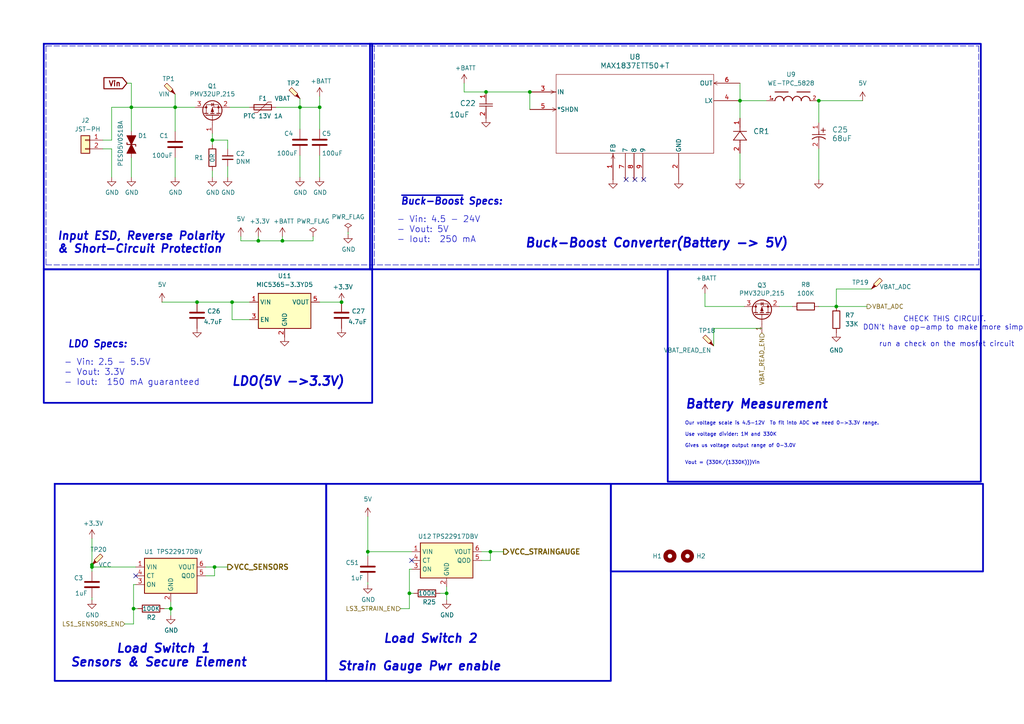
<source format=kicad_sch>
(kicad_sch (version 20231120) (generator "eeschema") (generator_version "8.0")
  (paper "A4")
  (title_block (date "2025-03-11") (rev "1") (company "BAJA") (comment 1 "ParryZhuo"))
  (lib_symbols
    (symbol "18123D106KAT2A-10uF-BC:18123D106KAT2A" (pin_names (offset 0.254))
      (property "Reference" "C" (at 3.81 3.81 0))
      (property "Value" "18123D106KAT2A" (at 3.81 -3.81 0))
      (symbol "18123D106KAT2A_1_1"
        (pin unspecified line (at 0 0 0) (length 2.54) (name "") (number "1"))
        (pin unspecified line (at 7.62 0 180) (length 2.54) (name "") (number "2"))
      )
      (symbol "18123D106KAT2A_1_2"
        (pin unspecified line (at 0 0 270) (length 2.54) (name "") (number "1"))
        (pin unspecified line (at 0 -7.62 90) (length 2.54) (name "") (number "2"))
      )
    )
    (symbol "744053470-47uF-BC:WE-TPC_5828" (pin_names (offset 1.016))
      (property "Reference" "U" (at 0 3.81 0))
      (property "Value" "WE-TPC_5828" (at 0 -2.54 0))
      (symbol "WE-TPC_5828_0_0"
        (pin passive line (at -7.62 0 0) (length 2.54) (name "~") (number "1"))
        (pin passive line (at 7.62 0 180) (length 2.54) (name "~") (number "2"))
      )
    )
    (symbol "B0530W-7-F-BC-DIODE:B0530W-7-F" (pin_names (offset 0.254))
      (property "Reference" "CR" (at 5.08 4.445 0))
      (property "Value" "B0530W-7-F" (at 5.08 -3.81 0))
      (symbol "B0530W-7-F_1_1"
        (pin unspecified line (at 10.16 0 180) (length 2.54) (name "") (number "1"))
        (pin unspecified line (at 0 0 0) (length 2.54) (name "") (number "2"))
      )
      (symbol "B0530W-7-F_1_2"
        (pin unspecified line (at 0 10.16 270) (length 2.54) (name "") (number "1"))
        (pin unspecified line (at 0 0 90) (length 2.54) (name "") (number "2"))
      )
    )
    (symbol "Connector:TestPoint_Probe" (pin_numbers hide) (pin_names (offset 0.762) hide)
      (property "Reference" "TP" (at 1.651 5.842 0))
      (property "Value" "TestPoint_Probe" (at 1.651 4.064 0))
      (symbol "TestPoint_Probe_1_1"
        (pin passive line (at 0 0 90) (length 0) (name "1") (number "1"))
      )
    )
    (symbol "Connector_Generic:Conn_01x02" (pin_names (offset 1.016) hide)
      (property "Reference" "J" (at 0 2.54 0))
      (property "Value" "Conn_01x02" (at 0 -5.08 0))
      (symbol "Conn_01x02_1_1"
        (pin passive line (at -5.08 0 0) (length 3.81) (name "Pin_1") (number "1"))
        (pin passive line (at -5.08 -2.54 0) (length 3.81) (name "Pin_2") (number "2"))
      )
    )
    (symbol "Device:C" (pin_numbers hide) (pin_names (offset 0.254))
      (property "Reference" "C" (at 0.635 2.54 0))
      (property "Value" "C" (at 0.635 -2.54 0))
      (symbol "C_1_1"
        (pin passive line (at 0 3.81 270) (length 2.794) (name "~") (number "1"))
        (pin passive line (at 0 -3.81 90) (length 2.794) (name "~") (number "2"))
      )
    )
    (symbol "Device:C_Small" (pin_numbers hide) (pin_names (offset 0.254) hide)
      (property "Reference" "C" (at 0.254 1.778 0))
      (property "Value" "C_Small" (at 0.254 -2.032 0))
      (symbol "C_Small_1_1"
        (pin passive line (at 0 2.54 270) (length 2.032) (name "~") (number "1"))
        (pin passive line (at 0 -2.54 90) (length 2.032) (name "~") (number "2"))
      )
    )
    (symbol "Device:D_TVS_ALT" (pin_numbers hide) (pin_names (offset 1.016) hide)
      (property "Reference" "D" (at 0 2.54 0))
      (property "Value" "Device_D_TVS_ALT" (at 0 -2.54 0))
      (symbol "D_TVS_ALT_1_1"
        (pin passive line (at -3.81 0 0) (length 2.54) (name "A1") (number "1"))
        (pin passive line (at 3.81 0 180) (length 2.54) (name "A2") (number "2"))
      )
    )
    (symbol "Device:L_Core_Ferrite" (pin_numbers hide) (pin_names (offset 1.016) hide)
      (property "Reference" "L" (at -1.27 0 90))
      (property "Value" "Device_L_Core_Ferrite" (at 2.794 0 90))
      (symbol "L_Core_Ferrite_1_1"
        (pin passive line (at 0 3.81 270) (length 1.27) (name "1") (number "1"))
        (pin passive line (at 0 -3.81 90) (length 1.27) (name "2") (number "2"))
      )
    )
    (symbol "Device:Polyfuse" (pin_numbers hide) (pin_names (offset 0))
      (property "Reference" "F" (at -2.54 0 90))
      (property "Value" "Polyfuse" (at 2.54 0 90))
      (symbol "Polyfuse_1_1"
        (pin passive line (at 0 3.81 270) (length 1.27) (name "~") (number "1"))
        (pin passive line (at 0 -3.81 90) (length 1.27) (name "~") (number "2"))
      )
    )
    (symbol "Device:Q_PMOS_GSD" (pin_names (offset 0) hide)
      (property "Reference" "Q" (at 5.08 1.27 0))
      (property "Value" "Q_PMOS_GSD" (at 5.08 -1.27 0))
      (symbol "Q_PMOS_GSD_1_1"
        (pin input line (at -5.08 0 0) (length 2.54) (name "G") (number "1"))
        (pin passive line (at 2.54 -5.08 90) (length 2.54) (name "S") (number "2"))
        (pin passive line (at 2.54 5.08 270) (length 2.54) (name "D") (number "3"))
      )
    )
    (symbol "Device:R" (pin_numbers hide) (pin_names (offset 0))
      (property "Reference" "R" (at 2.032 0 90))
      (property "Value" "R" (at 0 0 90))
      (symbol "R_1_1"
        (pin passive line (at 0 3.81 270) (length 1.27) (name "~") (number "1"))
        (pin passive line (at 0 -3.81 90) (length 1.27) (name "~") (number "2"))
      )
    )
    (symbol "GND_1" (power) (pin_numbers hide) (pin_names (offset 0) hide)
      (property "Value" "GND" (at 0 -3.81 0))
      (symbol "GND_1_1_1"
        (pin power_in line (at 0 0 270) (length 0) (name "~") (number "1"))
      )
    )
    (symbol "GND_2" (power) (pin_numbers hide) (pin_names (offset 0) hide)
      (property "Value" "GND" (at 0 -3.81 0))
      (symbol "GND_2_1_1"
        (pin power_in line (at 0 0 270) (length 0) (name "~") (number "1"))
      )
    )
    (symbol "MAX1837ETT50_T-bc-5V:MAX1837ETT50+T" (pin_names (offset 0.254))
      (property "Reference" "U8" (at 30.48 10.16 0))
      (property "Value" "MAX1837ETT50+T" (at 30.48 7.62 0))
      (symbol "MAX1837ETT50+T_0_1"
        (pin input line (at 24.13 -25.4 90) (length 7.62) (name "FB") (number "1"))
        (pin power_in line (at 43.18 -25.4 90) (length 7.62) (name "GND") (number "2"))
        (pin input line (at 0 0 0) (length 7.62) (name "IN") (number "3"))
        (pin unspecified line (at 60.96 -2.54 180) (length 7.62) (name "LX") (number "4"))
        (pin input line (at 0 -5.08 0) (length 7.62) (name "*SHDN") (number "5"))
        (pin input line (at 60.96 2.54 180) (length 7.62) (name "OUT") (number "6"))
        (pin unspecified line (at 27.6902 -25.4688 90) (length 7.62) (name "7") (number "7"))
        (pin unspecified line (at 30.2302 -25.4688 90) (length 7.62) (name "8") (number "8"))
        (pin unspecified line (at 32.7702 -25.4688 90) (length 7.62) (name "9") (number "9"))
      )
    )
    (symbol "Mechanical:MountingHole" (pin_names (offset 1.016))
      (property "Reference" "H" (at 0 5.08 0))
      (property "Value" "MountingHole" (at 0 3.175 0))
    )
    (symbol "Power_Management:TPS22917DBV"
      (property "Reference" "U" (at -6.35 6.35 0))
      (property "Value" "TPS22917DBV" (at 2.54 6.35 0))
      (symbol "TPS22917DBV_1_1"
        (pin power_in line (at -10.16 2.54 0) (length 2.54) (name "VIN") (number "1"))
        (pin power_in line (at 0 -7.62 90) (length 2.54) (name "GND") (number "2"))
        (pin input line (at -10.16 -2.54 0) (length 2.54) (name "ON") (number "3"))
        (pin output line (at -10.16 0 0) (length 2.54) (name "CT") (number "4"))
        (pin open_collector line (at 10.16 0 180) (length 2.54) (name "QOD") (number "5"))
        (pin power_out line (at 10.16 2.54 180) (length 2.54) (name "VOUT") (number "6"))
      )
    )
    (symbol "Power_Supervisor:TPS3839DBZ" (pin_names (offset 0.254))
      (property "Reference" "U" (at 2.54 8.89 0))
      (property "Value" "TPS3839DBZ" (at 2.54 6.35 0))
      (symbol "TPS3839DBZ_1_1"
        (pin power_in line (at 0 -7.62 90) (length 2.54) (name "GND") (number "1"))
        (pin output line (at 10.16 0 180) (length 2.54) (name "~{RESET}") (number "2"))
        (pin power_in line (at 0 7.62 270) (length 2.54) (name "VDD") (number "3"))
      )
    )
    (symbol "Regulator_Linear:MIC5365-3.3YD5"
      (property "Reference" "U" (at -7.62 6.35 0))
      (property "Value" "MIC5365-3.3YD5" (at 0 6.35 0))
      (symbol "MIC5365-3.3YD5_1_1"
        (pin power_in line (at -10.16 2.54 0) (length 2.54) (name "VIN") (number "1"))
        (pin power_in line (at 0 -7.62 90) (length 2.54) (name "GND") (number "2"))
        (pin input line (at -10.16 -2.54 0) (length 2.54) (name "EN") (number "3"))
        (pin no_connect line (at 7.62 -2.54 180) (length 2.54) hide (name "NC") (number "4"))
        (pin power_out line (at 10.16 2.54 180) (length 2.54) (name "VOUT") (number "5"))
      )
    )
    (symbol "T520V686M010ATE045-68uF-BC:T520V686M010ATE045" (pin_names (offset 0.254))
      (property "Reference" "C" (at 3.81 3.81 0))
      (property "Value" "T520V686M010ATE045" (at 3.81 -3.81 0))
      (symbol "T520V686M010ATE045_1_1"
        (pin unspecified line (at 0 0 0) (length 2.54) (name "") (number "1"))
        (pin unspecified line (at 7.62 0 180) (length 2.54) (name "") (number "2"))
      )
      (symbol "T520V686M010ATE045_1_2"
        (pin unspecified line (at 0 0 270) (length 2.54) (name "") (number "1"))
        (pin unspecified line (at 0 -7.62 90) (length 2.54) (name "") (number "2"))
      )
    )
    (symbol "node-lib-v1:RP605Zx" (pin_names (offset 1.016))
      (property "Reference" "U" (at 0 3.81 0))
      (property "Value" "RP605Zx" (at 10.16 3.81 0))
      (symbol "RP605Zx_0_0"
        (text "Battery Monitor" (at 13.97 -28.575 0) (effects (font (size 1.2954 1.2954) (italic yes))))
        (text "Buck-Boost" (at 13.97 -9.525 0) (effects (font (size 1.2954 1.2954) (italic yes))))
        (text "DC/DC Converter" (at 13.97 -12.065 0) (effects (font (size 1.1938 1.1938) (italic yes))))
        (pin power_in line (at -5.08 0 0) (length 5.08) (name "PVIN") (number "A1"))
        (pin bidirectional line (at 33.02 -7.62 180) (length 5.08) (name "BULX") (number "A2"))
        (pin passive line (at -5.08 -15.24 0) (length 5.08) (name "PGND") (number "A3"))
        (pin bidirectional line (at 33.02 0 180) (length 5.08) (name "BOLX") (number "A4"))
        (pin power_out line (at 33.02 -16.51 180) (length 5.08) (name "VOUT") (number "A5"))
        (pin power_in line (at -5.08 -2.54 0) (length 5.08) (name "PVIN") (number "B1"))
        (pin bidirectional line (at 33.02 -10.16 180) (length 5.08) (name "BULX") (number "B2"))
        (pin passive line (at -5.08 -17.78 0) (length 5.08) (name "PGND") (number "B3"))
        (pin bidirectional line (at 33.02 -2.54 180) (length 5.08) (name "BOLX") (number "B4"))
        (pin passive line (at 33.02 -19.05 180) (length 5.08) (name "VOUT") (number "B5"))
        (pin power_in line (at -5.08 -5.08 0) (length 5.08) (name "PVIN") (number "C1"))
        (pin bidirectional line (at 33.02 -12.7 180) (length 5.08) (name "BULX") (number "C2"))
        (pin passive line (at -5.08 -20.32 0) (length 5.08) (name "PGND") (number "C3"))
        (pin bidirectional line (at 33.02 -5.08 180) (length 5.08) (name "BOLX") (number "C4"))
        (pin input line (at 33.02 -22.86 180) (length 5.08) (name "VFB") (number "C5"))
        (pin power_in line (at -5.08 -7.62 0) (length 5.08) (name "AVIN") (number "D1"))
        (pin input line (at -5.08 -11.43 0) (length 5.08) (name "CE1") (number "D2"))
        (pin passive line (at -5.08 -22.86 0) (length 5.08) (name "AGND") (number "D3"))
        (pin input line (at -5.08 -29.21 0) (length 5.08) (name "CE2") (number "D4"))
        (pin output line (at 33.02 -29.21 180) (length 5.08) (name "BM") (number "D5"))
      )
    )
    (symbol "power:+2V8" (power) (pin_names (offset 0))
      (property "Value" "+2V8" (at 0 3.556 0))
      (symbol "+2V8_1_1"
        (pin power_in line (at 0 0 90) (length 0) hide (name "+2V8") (number "1"))
      )
    )
    (symbol "power:+BATT" (power) (pin_names (offset 0))
      (property "Value" "+BATT" (at 0 3.556 0))
      (symbol "+BATT_1_1"
        (pin power_in line (at 0 0 90) (length 0) hide (name "+BATT") (number "1"))
      )
    )
    (symbol "power:GND" (power) (pin_names (offset 0))
      (property "Value" "GND" (at 0 -3.81 0))
      (symbol "GND_1_1"
        (pin power_in line (at 0 0 270) (length 0) hide (name "GND") (number "1"))
      )
    )
    (symbol "power:PWR_FLAG" (power) (pin_numbers hide) (pin_names (offset 0) hide)
      (property "Value" "PWR_FLAG" (at 0 3.81 0))
      (symbol "PWR_FLAG_0_0"
        (pin power_out line (at 0 0 90) (length 0) (name "pwr") (number "1"))
      )
    )
    (symbol "power:VCC" (power) (pin_numbers hide) (pin_names (offset 0) hide)
      (property "Value" "VCC" (at 0 3.556 0))
      (symbol "VCC_1_1"
        (pin power_in line (at 0 0 90) (length 0) (name "~") (number "1"))
      )
    )
  )
  (junction (at 74.93 69.85))
  (junction (at 413.385 81.28))
  (junction (at 57.15 87.63))
  (junction (at 92.71 31.115))
  (junction (at 316.23 81.28))
  (junction (at 140.97 26.67))
  (junction (at 327.025 81.28))
  (junction (at 106.68 160.02))
  (junction (at 357.505 110.49))
  (junction (at 367.665 101.6))
  (junction (at 50.8 31.115))
  (junction (at 237.49 29.21))
  (junction (at 413.385 100.33))
  (junction (at 81.915 69.85))
  (junction (at 67.31 87.63))
  (junction (at 142.24 160.02))
  (junction (at 129.54 172.085))
  (junction (at 367.665 81.28))
  (junction (at 214.63 29.21))
  (junction (at 413.385 93.98))
  (junction (at 118.745 172.085))
  (junction (at 367.665 86.36))
  (junction (at 86.995 31.115))
  (junction (at 242.57 88.9))
  (junction (at 452.755 97.79))
  (junction (at 61.595 40.64))
  (junction (at 26.67 164.465))
  (junction (at 463.55 97.79))
  (junction (at 413.385 83.82))
  (junction (at 367.665 104.14))
  (junction (at 99.06 87.63))
  (junction (at 153.67 26.67))
  (junction (at 422.91 110.49))
  (junction (at 367.665 99.06))
  (junction (at 440.69 97.79))
  (junction (at 452.755 108.585))
  (junction (at 413.385 91.44))
  (junction (at 38.1 31.115))
  (junction (at 346.075 81.28))
  (junction (at 62.23 164.465))
  (junction (at 49.53 176.53))
  (junction (at 367.665 83.82))
  (junction (at 38.735 176.53))
  (junction (at 413.385 97.79))
  (junction (at 26.67 163.83))
  (no_connect (at 39.37 167.005))
  (no_connect (at 119.38 162.56))
  (no_connect (at 186.69 52.07))
  (no_connect (at 181.61 52.07))
  (no_connect (at 184.15 52.07))
  (wire (pts (xy 408.94 86.36) (xy 413.385 86.36)))
  (wire (pts (xy 463.55 93.345) (xy 463.55 97.79)))
  (wire (pts (xy 204.47 85.09) (xy 204.47 88.9)))
  (wire (pts (xy 408.94 104.14) (xy 413.385 104.14)))
  (wire (pts (xy 49.53 176.53) (xy 49.53 178.435)))
  (wire (pts (xy 370.84 86.36) (xy 367.665 86.36)))
  (wire (pts (xy 32.385 31.115) (xy 38.1 31.115)))
  (wire (pts (xy 327.025 82.55) (xy 327.025 81.28)))
  (wire (pts (xy 452.755 106.68) (xy 452.755 108.585)))
  (wire (pts (xy 118.745 165.1) (xy 118.745 172.085)))
  (wire (pts (xy 62.23 167.005) (xy 62.23 164.465)))
  (wire (pts (xy 214.63 34.29) (xy 214.63 29.21)))
  (wire (pts (xy 86.995 28.575) (xy 86.995 31.115)))
  (wire (pts (xy 26.67 156.21) (xy 26.67 163.83)))
  (wire (pts (xy 106.68 160.02) (xy 119.38 160.02)))
  (wire (pts (xy 357.505 110.49) (xy 370.84 110.49)))
  (wire (pts (xy 242.57 88.9) (xy 251.46 88.9)))
  (wire (pts (xy 61.595 40.64) (xy 61.595 38.735)))
  (wire (pts (xy 413.385 93.98) (xy 423.545 93.98)))
  (wire (pts (xy 38.1 31.115) (xy 50.8 31.115)))
  (wire (pts (xy 36.83 24.13) (xy 38.1 24.13)))
  (wire (pts (xy 327.025 90.17) (xy 327.025 92.71)))
  (wire (pts (xy 354.33 110.49) (xy 357.505 110.49)))
  (wire (pts (xy 86.995 37.465) (xy 86.995 31.115)))
  (polyline (pts (xy 108.585 13.335) (xy 108.585 76.835)) (stroke (width 0) (type dash)))
  (wire (pts (xy 129.54 170.18) (xy 129.54 172.085)))
  (wire (pts (xy 66.04 48.26) (xy 66.04 51.435)))
  (wire (pts (xy 357.505 111.76) (xy 357.505 110.49)))
  (wire (pts (xy 214.63 24.13) (xy 214.63 29.21)))
  (wire (pts (xy 367.665 99.06) (xy 367.665 101.6)))
  (wire (pts (xy 142.24 162.56) (xy 139.7 162.56)))
  (wire (pts (xy 69.85 68.58) (xy 69.85 69.85)))
  (wire (pts (xy 119.38 165.1) (xy 118.745 165.1)))
  (wire (pts (xy 463.55 106.68) (xy 463.55 108.585)))
  (wire (pts (xy 204.47 88.9) (xy 215.9 88.9)))
  (wire (pts (xy 440.69 108.585) (xy 452.755 108.585)))
  (wire (pts (xy 440.69 95.885) (xy 440.69 97.79)))
  (wire (pts (xy 66.04 40.64) (xy 61.595 40.64)))
  (wire (pts (xy 62.23 164.465) (xy 66.04 164.465)))
  (wire (pts (xy 38.735 176.53) (xy 40.005 176.53)))
  (wire (pts (xy 92.71 45.085) (xy 92.71 51.435)))
  (wire (pts (xy 100.965 67.31) (xy 100.965 67.945)))
  (wire (pts (xy 118.745 176.53) (xy 116.205 176.53)))
  (wire (pts (xy 67.31 87.63) (xy 72.39 87.63)))
  (wire (pts (xy 367.665 88.9) (xy 367.665 86.36)))
  (wire (pts (xy 370.84 96.52) (xy 367.665 96.52)))
  (wire (pts (xy 370.84 101.6) (xy 367.665 101.6)))
  (wire (pts (xy 423.545 81.28) (xy 423.545 83.82)))
  (wire (pts (xy 367.665 104.775) (xy 367.665 104.14)))
  (wire (pts (xy 39.37 169.545) (xy 38.735 169.545)))
  (wire (pts (xy 413.385 97.79) (xy 440.69 97.79)))
  (wire (pts (xy 370.84 81.28) (xy 367.665 81.28)))
  (wire (pts (xy 61.595 41.91) (xy 61.595 40.64)))
  (wire (pts (xy 316.23 90.17) (xy 316.23 92.71)))
  (wire (pts (xy 463.55 99.06) (xy 463.55 97.79)))
  (wire (pts (xy 413.385 100.33) (xy 413.385 97.79)))
  (wire (pts (xy 66.04 43.18) (xy 66.04 40.64)))
  (wire (pts (xy 422.91 110.49) (xy 427.355 110.49)))
  (wire (pts (xy 106.68 168.91) (xy 106.68 169.545)))
  (wire (pts (xy 413.385 86.36) (xy 413.385 83.82)))
  (wire (pts (xy 62.23 167.005) (xy 59.69 167.005)))
  (wire (pts (xy 118.745 172.085) (xy 118.745 176.53)))
  (wire (pts (xy 313.055 81.28) (xy 316.23 81.28)))
  (wire (pts (xy 346.075 81.28) (xy 367.665 81.28)))
  (wire (pts (xy 357.505 107.315) (xy 357.505 110.49)))
  (wire (pts (xy 422.91 111.76) (xy 422.91 110.49)))
  (wire (pts (xy 26.67 164.465) (xy 26.67 165.735)))
  (wire (pts (xy 367.665 96.52) (xy 367.665 99.06)))
  (wire (pts (xy 129.54 172.085) (xy 129.54 173.99)))
  (wire (pts (xy 229.87 88.9) (xy 226.06 88.9)))
  (wire (pts (xy 237.49 43.18) (xy 237.49 52.07)))
  (polyline (pts (xy 13.335 76.835) (xy 283.845 76.835)) (stroke (width 0) (type dash)))
  (wire (pts (xy 413.385 83.82) (xy 413.385 81.28)))
  (wire (pts (xy 413.385 91.44) (xy 413.385 93.98)))
  (wire (pts (xy 106.68 149.86) (xy 106.68 160.02)))
  (wire (pts (xy 139.7 160.02) (xy 142.24 160.02)))
  (wire (pts (xy 118.745 172.085) (xy 120.015 172.085)))
  (wire (pts (xy 367.665 86.36) (xy 367.665 83.82)))
  (polyline (pts (xy 283.845 78.105) (xy 216.535 78.105)) (stroke (width 0) (type dash)))
  (polyline (pts (xy 13.335 13.335) (xy 13.335 76.835)) (stroke (width 0) (type dash)))
  (wire (pts (xy 207.01 95.25) (xy 207.01 100.33)))
  (wire (pts (xy 38.1 24.13) (xy 38.1 31.115)))
  (wire (pts (xy 220.98 95.25) (xy 207.01 95.25)))
  (wire (pts (xy 440.69 99.06) (xy 440.69 97.79)))
  (wire (pts (xy 92.71 31.115) (xy 92.71 27.94)))
  (polyline (pts (xy 215.265 78.105) (xy 145.415 78.105)) (stroke (width 0) (type dash)))
  (wire (pts (xy 47.625 176.53) (xy 49.53 176.53)))
  (wire (pts (xy 316.23 81.28) (xy 327.025 81.28)))
  (wire (pts (xy 242.57 88.9) (xy 242.57 83.82)))
  (wire (pts (xy 408.94 91.44) (xy 413.385 91.44)))
  (wire (pts (xy 413.385 104.14) (xy 413.385 100.33)))
  (wire (pts (xy 32.385 43.18) (xy 32.385 51.435)))
  (wire (pts (xy 452.755 108.585) (xy 452.755 110.49)))
  (wire (pts (xy 316.23 82.55) (xy 316.23 81.28)))
  (wire (pts (xy 370.84 99.06) (xy 367.665 99.06)))
  (wire (pts (xy 38.1 38.1) (xy 38.1 31.115)))
  (wire (pts (xy 50.8 31.115) (xy 56.515 31.115)))
  (wire (pts (xy 46.99 87.63) (xy 57.15 87.63)))
  (wire (pts (xy 67.31 92.71) (xy 67.31 87.63)))
  (wire (pts (xy 422.91 110.49) (xy 408.94 110.49)))
  (wire (pts (xy 140.97 26.67) (xy 153.67 26.67)))
  (wire (pts (xy 49.53 174.625) (xy 49.53 176.53)))
  (wire (pts (xy 38.735 176.53) (xy 38.735 180.975)))
  (wire (pts (xy 134.62 26.67) (xy 140.97 26.67)))
  (wire (pts (xy 74.93 69.85) (xy 81.915 69.85)))
  (wire (pts (xy 92.71 37.465) (xy 92.71 31.115)))
  (wire (pts (xy 422.91 119.38) (xy 422.91 120.65)))
  (wire (pts (xy 127.635 172.085) (xy 129.54 172.085)))
  (wire (pts (xy 408.94 100.33) (xy 413.385 100.33)))
  (wire (pts (xy 61.595 49.53) (xy 61.595 51.435)))
  (wire (pts (xy 38.735 169.545) (xy 38.735 176.53)))
  (wire (pts (xy 367.665 101.6) (xy 367.665 104.14)))
  (wire (pts (xy 440.69 97.79) (xy 452.755 97.79)))
  (wire (pts (xy 237.49 29.21) (xy 250.19 29.21)))
  (wire (pts (xy 86.995 31.115) (xy 92.71 31.115)))
  (wire (pts (xy 237.49 35.56) (xy 237.49 29.21)))
  (wire (pts (xy 370.84 88.9) (xy 367.665 88.9)))
  (wire (pts (xy 367.665 83.82) (xy 367.665 81.28)))
  (wire (pts (xy 81.915 69.85) (xy 90.805 69.85)))
  (polyline (pts (xy 283.845 13.335) (xy 283.845 76.835)) (stroke (width 0) (type dash)))
  (wire (pts (xy 32.385 31.115) (xy 32.385 40.64)))
  (wire (pts (xy 50.8 38.1) (xy 50.8 31.115)))
  (wire (pts (xy 357.505 119.38) (xy 357.505 120.65)))
  (wire (pts (xy 440.69 106.68) (xy 440.69 108.585)))
  (wire (pts (xy 370.84 104.14) (xy 367.665 104.14)))
  (wire (pts (xy 413.385 88.9) (xy 413.385 91.44)))
  (wire (pts (xy 142.24 160.02) (xy 146.05 160.02)))
  (wire (pts (xy 32.385 40.64) (xy 29.845 40.64)))
  (wire (pts (xy 413.385 81.28) (xy 423.545 81.28)))
  (wire (pts (xy 452.755 99.06) (xy 452.755 97.79)))
  (wire (pts (xy 423.545 93.98) (xy 423.545 91.44)))
  (wire (pts (xy 50.8 27.305) (xy 50.8 31.115)))
  (wire (pts (xy 106.68 160.02) (xy 106.68 161.29)))
  (wire (pts (xy 57.15 87.63) (xy 67.31 87.63)))
  (wire (pts (xy 327.025 81.28) (xy 346.075 81.28)))
  (wire (pts (xy 408.94 93.98) (xy 413.385 93.98)))
  (wire (pts (xy 214.63 44.45) (xy 214.63 52.07)))
  (wire (pts (xy 408.94 97.79) (xy 413.385 97.79)))
  (wire (pts (xy 69.85 69.85) (xy 74.93 69.85)))
  (wire (pts (xy 92.71 87.63) (xy 99.06 87.63)))
  (polyline (pts (xy 107.315 76.835) (xy 107.315 13.335)) (stroke (width 0) (type dash)))
  (wire (pts (xy 66.675 31.115) (xy 72.39 31.115)))
  (wire (pts (xy 142.24 162.56) (xy 142.24 160.02)))
  (wire (pts (xy 74.93 68.58) (xy 74.93 69.85)))
  (wire (pts (xy 38.1 45.72) (xy 38.1 51.435)))
  (wire (pts (xy 29.845 43.18) (xy 32.385 43.18)))
  (wire (pts (xy 26.67 164.465) (xy 39.37 164.465)))
  (wire (pts (xy 463.55 108.585) (xy 452.755 108.585)))
  (wire (pts (xy 86.995 45.085) (xy 86.995 51.435)))
  (wire (pts (xy 59.69 164.465) (xy 62.23 164.465)))
  (wire (pts (xy 346.075 100.33) (xy 346.075 100.965)))
  (wire (pts (xy 408.94 81.28) (xy 413.385 81.28)))
  (wire (pts (xy 452.755 97.79) (xy 463.55 97.79)))
  (wire (pts (xy 214.63 29.21) (xy 222.25 29.21)))
  (wire (pts (xy 90.805 69.85) (xy 90.805 68.58)))
  (wire (pts (xy 346.075 85.09) (xy 346.075 81.28)))
  (wire (pts (xy 81.915 68.58) (xy 81.915 69.85)))
  (wire (pts (xy 38.735 180.975) (xy 36.195 180.975)))
  (wire (pts (xy 50.8 45.72) (xy 50.8 51.435)))
  (wire (pts (xy 134.62 26.67) (xy 134.62 24.13)))
  (polyline (pts (xy 13.335 13.335) (xy 283.845 13.335)) (stroke (width 0) (type dash)))
  (wire (pts (xy 370.84 83.82) (xy 367.665 83.82)))
  (wire (pts (xy 26.67 173.355) (xy 26.67 173.99)))
  (wire (pts (xy 422.91 107.95) (xy 422.91 110.49)))
  (wire (pts (xy 237.49 88.9) (xy 242.57 88.9)))
  (wire (pts (xy 26.67 163.83) (xy 26.67 164.465)))
  (wire (pts (xy 153.67 26.67) (xy 153.67 31.75)))
  (wire (pts (xy 408.94 88.9) (xy 413.385 88.9)))
  (wire (pts (xy 242.57 83.82) (xy 252.73 83.82)))
  (wire (pts (xy 72.39 92.71) (xy 67.31 92.71)))
  (wire (pts (xy 356.235 92.71) (xy 370.84 92.71)))
  (wire (pts (xy 408.94 83.82) (xy 413.385 83.82)))
  (wire (pts (xy 80.01 31.115) (xy 86.995 31.115)))
  (rectangle (start 177.165 140.335) (end 285.115 165.735) (stroke (width 0.508)))
  (rectangle (start 15.875 140.335) (end 94.615 197.485) (stroke (width 0.508)))
  (rectangle (start 94.615 140.335) (end 177.165 197.485) (stroke (width 0.508)))
  (rectangle (start 12.7 12.7) (end 107.95 78.105) (stroke (width 0.508)))
  (rectangle (start 12.7 78.105) (end 107.95 116.84) (stroke (width 0.508)))
  (rectangle (start 193.675 78.105) (end 284.48 139.7) (stroke (width 0.508)))
  (rectangle (start 107.315 12.7) (end 284.48 78.105) (stroke (width 0.508)))
  (text "- Vin: 2.5 - 5.5V\n- Vout: 3.3V\n- Iout:  150 mA guaranteed\n" (at 18.542 112.014 0) (effects (font (size 1.8034 1.8034)) (justify left bottom)))
  (text "~{Buck-Boost} Specs:" (at 116.078 59.69 0) (effects (font (size 2.0066 2.0066) (thickness 0.4013) (bold yes) (italic yes)) (justify left bottom)))
  (text "- Output:  Vin/3 (division ratio)\n- Supply Current: 100nA\n- Settling time: ≥ 10ms" (at 426.72 131.445 0) (effects (font (size 1.8034 1.8034)) (justify left bottom)))
  (text "Buck-Boost Converter(Battery -> 5V)" (at 152.146 72.136 0) (effects (font (size 2.5908 2.5908) (thickness 0.5182) (bold yes) (italic yes)) (justify left bottom)))
  (text "Buck-Boost Converter(5V ->2.7V)" (at 351.282 131.699 0) (effects (font (size 2.5908 2.5908) (thickness 0.5182) (bold yes) (italic yes)) (justify left bottom)))
  (text "       Load Switch 2\n \nStrain Gauge Pwr enable" (at 97.79 194.818 0) (effects (font (size 2.4892 2.4892) (thickness 0.4978) (bold yes) (italic yes)) (justify left bottom)))
  (text "~{Buck-Boost} Specs:" (at 300.355 113.665 0) (effects (font (size 2.0066 2.0066) (thickness 0.4013) (bold yes) (italic yes)) (justify left bottom)))
  (text "CHECK THIS CIRCUIT. \nDON't have op-amp to make more simple\n\nrun a check on the mosfet circuit" (at 274.574 96.266 0) (effects (font (size 1.4986 1.4986))))
  (text "- Vin: 1.8 - 5.5V\n- Vout: 2.8V\n- Iout:  300 mA\n- Iq: 300 nA\n- Output V: ±1.5%\n- w/ auto-discharge" (at 299.72 131.445 0) (effects (font (size 1.8034 1.8034)) (justify left bottom)))
  (text "       Load Switch 1 \nSensors & Secure Element" (at 20.32 193.675 0) (effects (font (size 2.4892 2.4892) (thickness 0.4978) (bold yes) (italic yes)) (justify left bottom)))
  (text "Our voltage scale is 4.5-12V  To fit into ADC we need 0->3.3V range.\n\nUse voltage divider: 1M and 330K\n\nGives us voltage output range of 0-3.0V\n\n\nVout = (330K/(1330K)))Vin\n\n\n\n\n" (at 198.628 131.826 0) (effects (font (size 1.016 1.016)) (justify left)))
  (text "Battery Measurement" (at 198.628 118.872 0) (effects (font (size 2.5908 2.5908) (thickness 0.5182) (bold yes) (italic yes)) (justify left bottom)))
  (text "LDO(5V ->3.3V)" (at 67.056 112.268 0) (effects (font (size 2.5908 2.5908) (thickness 0.5182) (bold yes) (italic yes)) (justify left bottom)))
  (text "Voltage Supervisor\nVcut-off = 1.67V" (at 316.865 106.68 0) (effects (font (size 1.8034 1.8034)) (justify left bottom)))
  (text "- Vin: 4.5 - 24V\n- Vout: 5V\n- Iout:  250 mA\n" (at 115.062 70.612 0) (effects (font (size 1.8034 1.8034)) (justify left bottom)))
  (text "~{Battery} Monitor (BM):" (at 431.165 122.555 0) (effects (font (size 2.0066 2.0066) (thickness 0.4013) (bold yes) (italic yes)) (justify left bottom)))
  (text "LDO Specs:" (at 19.558 101.092 0) (effects (font (size 2.0066 2.0066) (thickness 0.4013) (bold yes) (italic yes)) (justify left bottom)))
  (text "Input ESD, Reverse Polarity  \n& Short-Circuit Protection" (at 16.51 73.66 0) (effects (font (size 2.3114 2.3114) (thickness 0.4623) (bold yes) (italic yes)) (justify left bottom)))
  (global_label "Vin" (shape input) (at 36.83 24.13 180) (effects (font (size 1.4986 1.4986) (thickness 0.2997) (bold yes))) (property "Intersheetrefs" "${INTERSHEET_REFS}" (effects (hide yes))))
  (hierarchical_label "LS3_STRAIN_EN" (shape input) (at 116.205 176.53 180))
  (hierarchical_label "LS1_SENSORS_EN" (shape input) (at 36.195 180.975 180))
  (hierarchical_label "VCC_STRAINGAUGE" (shape output) (at 146.05 160.02 0) (effects (font (size 1.4986 1.4986) (thickness 0.2997) (bold yes))))
  (hierarchical_label "VBAT_READ_EN" (shape input) (at 220.98 96.52 270))
  (hierarchical_label "VBAT_READ_EN" (shape input) (at 354.33 110.49 180))
  (hierarchical_label "VBAT_ADC" (shape output) (at 251.46 88.9 0))
  (hierarchical_label "VBAT_ADC" (shape output) (at 427.355 110.49 0))
  (hierarchical_label "VCC_SENSORS" (shape output) (at 66.04 164.465 0) (effects (font (size 1.4986 1.4986) (thickness 0.2997) (bold yes))))
  (symbol (lib_id "Device:Q_PMOS_GSD") (at 61.595 33.655 90) (unit 1)
    (property "Reference" "Q1" (at 61.595 24.9682 90))
    (property "Value" "PMV32UP,215" (at 61.595 27.2796 90))
    (property "Footprint" "Package_TO_SOT_SMD:SOT-23" (effects (hide yes)))
    (property "MPN" "PMV32UP,215" (effects (hide yes)))
    (property "URL" "https://lcsc.com/product-detail/MOSFET_Nexperia-PMV32UP-215_C282569.html" (effects (hide yes)))
    (property "Distributor link" "https://lcsc.com/product-detail/MOSFET_Nexperia-PMV32UP-215_C282569.html" (effects (hide yes)))
    (property "Manufacturer Part Number" "PMV32UP,215" (effects (hide yes)))
  )
  (symbol (lib_id "power:GND") (at 32.385 51.435 0) (unit 1)
    (property "Reference" "#PWR02" (effects (hide yes)))
    (property "Value" "GND" (at 32.512 55.8292 0))
  )
  (symbol (lib_id "power:GND") (at 61.595 51.435 0) (unit 1)
    (property "Reference" "#PWR09" (effects (hide yes)))
    (property "Value" "GND" (at 61.722 55.8292 0))
  )
  (symbol (lib_id "power:+BATT") (at 92.71 27.94 0) (unit 1)
    (property "Reference" "#PWR015" (effects (hide yes)))
    (property "Value" "+BATT" (at 93.091 23.5458 0))
  )
  (symbol (lib_id "Device:Polyfuse") (at 76.2 31.115 270) (unit 1)
    (property "Reference" "F1" (at 76.2 28.575 90))
    (property "Value" "PTC 13V 1A" (at 76.2 33.655 90))
    (property "Footprint" "Fuse:Fuse_1210_3225Metric_Castellated" (effects (hide yes)))
    (property "MPN" "SMD1210-050" (effects (hide yes)))
    (property "URL" "https://lcsc.com/product-detail/PTC-Resettable-Fuses_TECHFUSE-SMD1210-050_C70094.html" (effects (hide yes)))
    (property "Distributor link" "https://lcsc.com/product-detail/PTC-Resettable-Fuses_TECHFUSE-SMD1210-050_C70094.html" (effects (hide yes)))
    (property "Manufacturer Part Number" "SMD1210-050" (effects (hide yes)))
  )
  (symbol (lib_id "Power_Management:TPS22917DBV") (at 49.53 167.005 0) (unit 1)
    (property "Reference" "U1" (at 43.18 160.02 0))
    (property "Value" "TPS22917DBV" (at 52.07 160.02 0))
    (property "Footprint" "Package_TO_SOT_SMD:SOT-23-6" (effects (hide yes)))
    (property "Datasheet" "http://www.ti.com/lit/ds/symlink/tps22917.pdf" (effects (hide yes)))
    (property "MPN" "TPS22917DBVR" (effects (hide yes)))
    (property "URL" "https://www.ti.com/store/ti/en/p/product/?p=TPS22917DBVR" (effects (hide yes)))
    (property "Distributor link" "https://www.ti.com/store/ti/en/p/product/?p=TPS22917DBVR" (effects (hide yes)))
    (property "Manufacturer Part Number" "TPS22917DBVR" (effects (hide yes)))
  )
  (symbol (lib_id "Device:C") (at 422.91 115.57 0) (unit 1)
    (property "Reference" "C9" (at 425.45 114.3 0) (effects (justify left)))
    (property "Value" "100nF" (at 425.45 118.11 0) (effects (justify left)))
    (property "Footprint" "Capacitor_SMD:C_0402_1005Metric" (effects (hide yes)))
    (property "MPN" "CC0402KRX7R7BB104" (effects (hide yes)))
    (property "URL" "https://lcsc.com/product-detail/Multilayer-Ceramic-Capacitors-MLCC-SMD-SMT_YAGEO-CC0402KRX7R7BB104_C60474.html" (effects (hide yes)))
    (property "Distributor link" "https://lcsc.com/product-detail/Multilayer-Ceramic-Capacitors-MLCC-SMD-SMT_YAGEO-CC0402KRX7R7BB104_C60474.html" (effects (hide yes)))
    (property "Manufacturer Part Number" "CC0402KRX7R7BB104" (effects (hide yes)))
  )
  (symbol (lib_id "power:GND") (at 422.91 120.65 0) (unit 1)
    (property "Reference" "#PWR028" (effects (hide yes)))
    (property "Value" "GND" (at 423.037 125.0442 0))
  )
  (symbol (lib_id "Device:C") (at 316.23 86.36 0) (unit 1)
    (property "Reference" "C6" (at 319.151 85.1916 0) (effects (justify left)))
    (property "Value" "1uF" (at 319.151 87.503 0) (effects (justify left)))
    (property "Footprint" "Capacitor_SMD:C_0402_1005Metric" (effects (hide yes)))
    (property "MPN" "CL05A105KQ5NNNC" (effects (hide yes)))
    (property "URL" "https://lcsc.com/product-detail/Multilayer-Ceramic-Capacitors-MLCC-SMD-SMT_Samsung-Electro-Mechanics-CL05A105KQ5NNNC_C107372.html" (effects (hide yes)))
    (property "Distributor link" "https://lcsc.com/product-detail/Multilayer-Ceramic-Capacitors-MLCC-SMD-SMT_Samsung-Electro-Mechanics-CL05A105KQ5NNNC_C107372.html" (effects (hide yes)))
    (property "Manufacturer Part Number" "CL05A105KQ5NNNC" (effects (hide yes)))
  )
  (symbol (lib_id "power:GND") (at 316.23 92.71 0) (unit 1)
    (property "Reference" "#PWR020" (effects (hide yes)))
    (property "Value" "GND" (at 316.357 97.1042 0))
  )
  (symbol (lib_id "Device:C") (at 327.025 86.36 0) (unit 1)
    (property "Reference" "C7" (at 329.946 85.1916 0) (effects (justify left)))
    (property "Value" "100nF" (at 329.946 87.503 0) (effects (justify left)))
    (property "Footprint" "Capacitor_SMD:C_0402_1005Metric" (effects (hide yes)))
    (property "MPN" "CC0402KRX7R7BB104" (effects (hide yes)))
    (property "URL" "https://lcsc.com/product-detail/Multilayer-Ceramic-Capacitors-MLCC-SMD-SMT_YAGEO-CC0402KRX7R7BB104_C60474.html" (effects (hide yes)))
    (property "Distributor link" "https://lcsc.com/product-detail/Multilayer-Ceramic-Capacitors-MLCC-SMD-SMT_YAGEO-CC0402KRX7R7BB104_C60474.html" (effects (hide yes)))
    (property "Manufacturer Part Number" "CC0402KRX7R7BB104" (effects (hide yes)))
  )
  (symbol (lib_id "power:GND") (at 327.025 92.71 0) (unit 1)
    (property "Reference" "#PWR021" (effects (hide yes)))
    (property "Value" "GND" (at 327.152 97.1042 0))
  )
  (symbol (lib_id "Connector:TestPoint_Probe") (at 86.995 28.575 90) (unit 1)
    (property "Reference" "TP2" (at 85.09 24.13 90))
    (property "Value" "VBAT" (at 81.915 28.575 90))
    (property "Footprint" "TestPoint:TestPoint_Pad_D1.5mm" (effects (hide yes)))
    (property "MPN" "DNM" (effects (hide yes)))
  )
  (symbol (lib_id "Device:C") (at 463.55 102.87 180) (unit 1)
    (property "Reference" "C12" (at 466.09 101.6 0) (effects (justify right)))
    (property "Value" "22uF" (at 466.09 104.14 0) (effects (justify right)))
    (property "Footprint" "Capacitor_SMD:C_0603_1608Metric" (effects (hide yes)))
    (property "MPN" "CC0603MRX5R5BB226" (effects (hide yes)))
    (property "URL" "https://lcsc.com/product-detail/Multilayer-Ceramic-Capacitors-MLCC-SMD-SMT_22uF-226-20-6-3V_C109448.html" (effects (hide yes)))
    (property "ALT_MPN" "JMK107BBJ226MA" (effects (hide yes)))
    (property "Distributor link" "https://lcsc.com/product-detail/Multilayer-Ceramic-Capacitors-MLCC-SMD-SMT_22uF-226-20-6-3V_C109448.html" (effects (hide yes)))
    (property "Manufacturer Part Number" "CC0603MRX5R5BB226" (effects (hide yes)))
  )
  (symbol (lib_id "power:GND") (at 452.755 110.49 0) (unit 1)
    (property "Reference" "#PWR029" (effects (hide yes)))
    (property "Value" "GND" (at 452.882 114.8842 0))
  )
  (symbol (lib_id "Mechanical:MountingHole") (at 194.31 161.29 0) (unit 1)
    (property "Reference" "H1" (at 189.23 161.29 0) (effects (justify left)))
    (property "Value" "MountingHole" (effects (hide yes)))
    (property "Footprint" "MountingHole:MountingHole_2.5mm" (effects (hide yes)))
  )
  (symbol (lib_id "Mechanical:MountingHole") (at 199.39 161.29 0) (unit 1)
    (property "Reference" "H2" (at 201.93 161.29 0) (effects (justify left)))
    (property "Value" "MountingHole" (effects (hide yes)))
    (property "Footprint" "MountingHole:MountingHole_2.5mm" (effects (hide yes)))
  )
  (symbol (lib_id "Device:R") (at 43.815 176.53 270) (unit 1)
    (property "Reference" "R2" (at 42.545 179.07 90) (effects (justify left)))
    (property "Value" "100K" (at 41.275 176.53 90) (effects (justify left)))
    (property "Footprint" "Resistor_SMD:R_0402_1005Metric" (effects (hide yes)))
    (property "MPN" "RC0402FR-07100KL	" (effects (hide yes)))
    (property "URL" "https://lcsc.com/product-detail/Chip-Resistor-Surface-Mount_YAGEO-RC0402FR-07100KL_C60491.html" (effects (hide yes)))
    (property "Distributor link" "https://lcsc.com/product-detail/Chip-Resistor-Surface-Mount_YAGEO-RC0402FR-07100KL_C60491.html" (effects (hide yes)))
    (property "Manufacturer Part Number" "RC0402FR-07100KL" (effects (hide yes)))
  )
  (symbol (lib_id "Device:C") (at 26.67 169.545 0) (mirror y) (unit 1)
    (property "Reference" "C3" (at 24.13 167.64 0) (effects (justify left)))
    (property "Value" "1uF" (at 25.4 172.085 0) (effects (justify left)))
    (property "Footprint" "Capacitor_SMD:C_0402_1005Metric" (effects (hide yes)))
    (property "MPN" "CL05A105KQ5NNNC" (effects (hide yes)))
    (property "URL" "https://lcsc.com/product-detail/Multilayer-Ceramic-Capacitors-MLCC-SMD-SMT_Samsung-Electro-Mechanics-CL05A105KQ5NNNC_C107372.html" (effects (hide yes)))
    (property "Distributor link" "https://lcsc.com/product-detail/Multilayer-Ceramic-Capacitors-MLCC-SMD-SMT_Samsung-Electro-Mechanics-CL05A105KQ5NNNC_C107372.html" (effects (hide yes)))
    (property "Manufacturer Part Number" "CL05A105KQ5NNNC" (effects (hide yes)))
  )
  (symbol (lib_id "Connector:TestPoint_Probe") (at 440.69 95.885 270) (mirror x) (unit 1)
    (property "Reference" "TP5" (at 442.595 91.44 90))
    (property "Value" "VCC" (at 444.5 95.885 90))
    (property "Footprint" "TestPoint:TestPoint_Pad_D1.5mm" (effects (hide yes)))
    (property "MPN" "DNM" (effects (hide yes)))
  )
  (symbol (lib_id "power:GND") (at 26.67 173.99 0) (unit 1)
    (property "Reference" "#PWR013" (effects (hide yes)))
    (property "Value" "GND" (at 26.797 178.3842 0))
  )
  (symbol (lib_id "power:GND") (at 49.53 178.435 0) (unit 1)
    (property "Reference" "#PWR018" (effects (hide yes)))
    (property "Value" "GND" (at 49.657 182.8292 0))
  )
  (symbol (lib_id "Connector:TestPoint_Probe") (at 357.505 107.315 90) (unit 1)
    (property "Reference" "TP3" (at 355.6 102.87 90))
    (property "Value" "VBAT_READ_EN" (at 349.885 108.585 90))
    (property "Footprint" "TestPoint:TestPoint_Pad_D1.5mm" (effects (hide yes)))
    (property "MPN" "DNM" (effects (hide yes)))
  )
  (symbol (lib_id "Connector:TestPoint_Probe") (at 422.91 107.95 270) (mirror x) (unit 1)
    (property "Reference" "TP4" (at 419.735 106.045 90))
    (property "Value" "VBAT_ADC" (at 429.895 107.315 90))
    (property "Footprint" "TestPoint:TestPoint_Pad_D1.5mm" (effects (hide yes)))
    (property "MPN" "DNM" (effects (hide yes)))
  )
  (symbol (lib_id "node-lib-v1:RP605Zx") (at 375.92 81.28 0) (unit 1)
    (property "Reference" "U4" (at 389.89 74.168 0))
    (property "Value" "RP605Z283B" (at 389.89 76.6572 0) (effects (font (size 1.4986 1.4986) (bold yes))))
    (property "Footprint" "node-lib-v1:WLCSP-20-P3_1.994x1.609mm_Layout5x4_P0.4mm" (effects (hide yes)))
    (property "Datasheet" "Texas Instruments" (effects (hide yes)))
    (property "MPN" "RP605Z283B-E2-F" (effects (hide yes)))
    (property "URL" "https://eu.mouser.com/ProductDetail/Ricoh-Electronic-Devices-Company/RP605Z283B-E2-F?qs=%2Fha2pyFadujfkekTwsRQpQaCcXRCnGubiPAekIe2V2q%252BPlq4yt9zFJnKPMHL8r%252Bf&utm_source=octopart&utm_medium=aggregator&utm_campaign=848-RP605Z283B-E2-F&utm_content=Ricoh+Electronics" (effects (hide yes)))
    (property "Distributor link" "https://eu.mouser.com/ProductDetail/Ricoh-Electronic-Devices-Company/RP605Z283B-E2-F?qs=%2Fha2pyFadujfkekTwsRQpQaCcXRCnGubiPAekIe2V2q%252BPlq4yt9zFJnKPMHL8r%252Bf&utm_source=octopart&utm_medium=aggregator&utm_campaign=848-RP605Z283B-E2-F&utm_content=Ricoh+Electronics" (effects (hide yes)))
    (property "Manufacturer Part Number" "RP605Z283B-E2-F" (effects (hide yes)))
  )
  (symbol (lib_id "Device:R") (at 357.505 115.57 180) (unit 1)
    (property "Reference" "R3" (at 355.6 116.205 0) (effects (justify left)))
    (property "Value" "100K" (at 355.6 118.11 0) (effects (justify left)))
    (property "Footprint" "Resistor_SMD:R_0402_1005Metric" (effects (hide yes)))
    (property "MPN" "RC0402FR-07100KL	" (effects (hide yes)))
    (property "URL" "https://lcsc.com/product-detail/Chip-Resistor-Surface-Mount_YAGEO-RC0402FR-07100KL_C60491.html" (effects (hide yes)))
    (property "Distributor link" "https://lcsc.com/product-detail/Chip-Resistor-Surface-Mount_YAGEO-RC0402FR-07100KL_C60491.html" (effects (hide yes)))
    (property "Manufacturer Part Number" "RC0402FR-07100KL" (effects (hide yes)))
  )
  (symbol (lib_id "power:GND") (at 367.665 104.775 0) (unit 1)
    (property "Reference" "#PWR026" (effects (hide yes)))
    (property "Value" "GND" (effects (hide yes)))
  )
  (symbol (lib_id "power:GND") (at 357.505 120.65 0) (unit 1)
    (property "Reference" "#PWR025" (effects (hide yes)))
    (property "Value" "GND" (at 357.632 125.0442 0))
  )
  (symbol (lib_id "Device:C") (at 440.69 102.87 180) (unit 1)
    (property "Reference" "C10" (at 443.5856 101.7016 0) (effects (justify right)))
    (property "Value" "100nF" (at 443.5856 104.013 0) (effects (justify right)))
    (property "Footprint" "Capacitor_SMD:C_0402_1005Metric" (effects (hide yes)))
    (property "MPN" "CC0402KRX7R7BB104" (effects (hide yes)))
    (property "URL" "https://lcsc.com/product-detail/Multilayer-Ceramic-Capacitors-MLCC-SMD-SMT_YAGEO-CC0402KRX7R7BB104_C60474.html" (effects (hide yes)))
    (property "Distributor link" "https://lcsc.com/product-detail/Multilayer-Ceramic-Capacitors-MLCC-SMD-SMT_YAGEO-CC0402KRX7R7BB104_C60474.html" (effects (hide yes)))
    (property "Manufacturer Part Number" "CC0402KRX7R7BB104" (effects (hide yes)))
  )
  (symbol (lib_id "power:GND") (at 100.965 67.945 0) (unit 1)
    (property "Reference" "#PWR017" (effects (hide yes)))
    (property "Value" "GND" (at 101.092 72.3392 0))
  )
  (symbol (lib_id "power:PWR_FLAG") (at 90.805 68.58 0) (unit 1)
    (property "Reference" "#FLG01" (effects (hide yes)))
    (property "Value" "PWR_FLAG" (at 90.805 64.1858 0))
  )
  (symbol (lib_id "power:+BATT") (at 81.915 68.58 0) (unit 1)
    (property "Reference" "#PWR011" (effects (hide yes)))
    (property "Value" "+BATT" (at 82.296 64.1858 0))
  )
  (symbol (lib_id "power:PWR_FLAG") (at 100.965 67.31 0) (unit 1)
    (property "Reference" "#FLG02" (effects (hide yes)))
    (property "Value" "PWR_FLAG" (at 100.965 62.9158 0))
  )
  (symbol (lib_id "power:+2V8") (at 463.55 93.345 0) (unit 1)
    (property "Reference" "#PWR030" (effects (hide yes)))
    (property "Value" "+2V8" (at 463.931 88.9508 0))
  )
  (symbol (lib_id "Connector_Generic:Conn_01x02") (at 24.765 40.64 0) (mirror y) (unit 1)
    (property "Reference" "J2" (at 24.765 34.925 0))
    (property "Value" "JST-PH" (at 25.4 37.465 0))
    (property "Footprint" "Connector_JST:JST_PH_B2B-PH-SM4-TB_1x02-1MP_P2.00mm_Vertical" (effects (hide yes)))
    (property "MPN" "B2B-PH-SM4-TB(LF)(SN)" (effects (hide yes)))
    (property "URL" "https://lcsc.com/product-detail/Wire-To-Board-Wire-To-Wire-Connector_JST-Sales-America-B2B-PH-SM4-TB-LF-SN_C160352.html" (effects (hide yes)))
    (property "Distributor link" "https://lcsc.com/product-detail/Wire-To-Board-Wire-To-Wire-Connector_JST-Sales-America-B2B-PH-SM4-TB-LF-SN_C160352.html" (effects (hide yes)))
    (property "Manufacturer Part Number" "B2B-PH-SM4-TB(LF)(SN)" (effects (hide yes)))
  )
  (symbol (lib_id "Device:C") (at 452.755 102.87 0) (mirror y) (unit 1)
    (property "Reference" "C11" (at 459.105 101.6 0) (effects (justify left)))
    (property "Value" "1uF" (at 459.105 104.14 0) (effects (justify left)))
    (property "Footprint" "Capacitor_SMD:C_0402_1005Metric" (effects (hide yes)))
    (property "MPN" "CL05A105KQ5NNNC" (effects (hide yes)))
    (property "URL" "https://lcsc.com/product-detail/Multilayer-Ceramic-Capacitors-MLCC-SMD-SMT_Samsung-Electro-Mechanics-CL05A105KQ5NNNC_C107372.html" (effects (hide yes)))
    (property "Distributor link" "https://lcsc.com/product-detail/Multilayer-Ceramic-Capacitors-MLCC-SMD-SMT_Samsung-Electro-Mechanics-CL05A105KQ5NNNC_C107372.html" (effects (hide yes)))
    (property "Manufacturer Part Number" "CL05A105KQ5NNNC" (effects (hide yes)))
  )
  (symbol (lib_id "Device:D_TVS_ALT") (at 38.1 41.91 270) (unit 1)
    (property "Reference" "D1" (at 40.005 39.37 90) (effects (justify left)))
    (property "Value" "PESD5V0S1BA" (at 34.925 34.925 0) (effects (justify left)))
    (property "Footprint" "Diode_SMD:D_SOD-323" (effects (hide yes)))
    (property "MPN" "PESD5V0S1BA,115" (effects (hide yes)))
    (property "URL" "https://lcsc.com/product-detail/TVS_Nexperia-PESD5V0S1BA-115_C19224.html" (effects (hide yes)))
    (property "Distributor link" "https://lcsc.com/product-detail/TVS_Nexperia-PESD5V0S1BA-115_C19224.html" (effects (hide yes)))
    (property "Manufacturer Part Number" "PESD5V0S1BA,115" (effects (hide yes)))
  )
  (symbol (lib_id "Device:C") (at 92.71 41.275 180) (unit 1)
    (property "Reference" "C5" (at 93.345 38.735 0) (effects (justify right)))
    (property "Value" "100uF" (at 93.345 44.45 0) (effects (justify right)))
    (property "Footprint" "Capacitor_SMD:C_1206_3216Metric" (effects (hide yes)))
    (property "MPN" "JMK316ABJ107ML-T" (effects (hide yes)))
    (property "URL" "https://lcsc.com/product-detail/Multilayer-Ceramic-Capacitors-MLCC-SMD-SMT_Taiyo-Yuden-JMK316ABJ107ML-T_C268006.html" (effects (hide yes)))
    (property "Distributor link" "https://lcsc.com/product-detail/Multilayer-Ceramic-Capacitors-MLCC-SMD-SMT_Taiyo-Yuden-JMK316ABJ107ML-T_C268006.html" (effects (hide yes)))
    (property "Manufacturer Part Number" "JMK316ABJ107ML-T" (effects (hide yes)))
  )
  (symbol (lib_id "power:GND") (at 92.71 51.435 0) (unit 1)
    (property "Reference" "#PWR016" (effects (hide yes)))
    (property "Value" "GND" (at 92.837 55.8292 0))
  )
  (symbol (lib_id "power:GND") (at 38.1 51.435 0) (unit 1)
    (property "Reference" "#PWR04" (effects (hide yes)))
    (property "Value" "GND" (at 38.227 55.8292 0))
  )
  (symbol (lib_id "Device:C_Small") (at 66.04 45.72 0) (unit 1)
    (property "Reference" "C2" (at 68.3768 44.5516 0) (effects (justify left)))
    (property "Value" "DNM" (at 68.3768 46.863 0) (effects (justify left)))
    (property "Footprint" "Capacitor_SMD:C_0402_1005Metric" (effects (hide yes)))
    (property "MPN" "CC0402KRX7R7BB103" (effects (hide yes)))
    (property "URL" "https://lcsc.com/product-detail/Multilayer-Ceramic-Capacitors-MLCC-SMD-SMT_YAGEO-CC0402KRX7R7BB103_C327009.html" (effects (hide yes)))
    (property "Distributor link" "https://lcsc.com/product-detail/Multilayer-Ceramic-Capacitors-MLCC-SMD-SMT_YAGEO-CC0402KRX7R7BB103_C327009.html" (effects (hide yes)))
    (property "Manufacturer Part Number" "CC0402KRX7R7BB103" (effects (hide yes)))
  )
  (symbol (lib_id "Device:R") (at 61.595 45.72 180) (unit 1)
    (property "Reference" "R1" (at 59.055 45.72 0) (effects (justify left)))
    (property "Value" "0R" (at 61.595 44.45 90) (effects (justify left)))
    (property "Footprint" "Resistor_SMD:R_0402_1005Metric" (effects (hide yes)))
    (property "MPN" "RC0402FR-070RL" (effects (hide yes)))
    (property "Distributor link" "https://lcsc.com/product-detail/Chip-Resistor-Surface-Mount_YAGEO-RC0402FR-070RL_C106231.html " (effects (hide yes)))
    (property "Manufacturer Part Number" "RC0402FR-070RL" (effects (hide yes)))
  )
  (symbol (lib_id "Device:L_Core_Ferrite") (at 423.545 87.63 0) (unit 1)
    (property "Reference" "L1" (at 425.7802 86.4616 0) (effects (justify left)))
    (property "Value" "2.2uH" (at 425.7802 88.773 0) (effects (justify left)))
    (property "Footprint" "node-lib-v1:L_HPC4012TF-2R2M" (effects (hide yes)))
    (property "MPN" "HPC4012TF-2R2M" (effects (hide yes)))
    (property "URL" "https://lcsc.com/product-detail/Power-Inductors_TAI-TECH-HPC4012TF-2R2M_C357047.html" (effects (hide yes)))
    (property "Distributor link" "https://lcsc.com/product-detail/Power-Inductors_TAI-TECH-HPC4012TF-2R2M_C357047.html" (effects (hide yes)))
    (property "Manufacturer Part Number" "HPC4012TF-2R2M" (effects (hide yes)))
  )
  (symbol (lib_id "Device:C") (at 86.995 41.275 0) (mirror x) (unit 1)
    (property "Reference" "C4" (at 85.09 38.735 0) (effects (justify right)))
    (property "Value" "100uF" (at 86.36 44.45 0) (effects (justify right)))
    (property "Footprint" "Capacitor_SMD:C_1206_3216Metric" (effects (hide yes)))
    (property "MPN" "JMK316ABJ107ML-T" (effects (hide yes)))
    (property "URL" "https://lcsc.com/product-detail/Multilayer-Ceramic-Capacitors-MLCC-SMD-SMT_Taiyo-Yuden-JMK316ABJ107ML-T_C268006.html" (effects (hide yes)))
    (property "Distributor link" "https://lcsc.com/product-detail/Multilayer-Ceramic-Capacitors-MLCC-SMD-SMT_Taiyo-Yuden-JMK316ABJ107ML-T_C268006.html" (effects (hide yes)))
    (property "Manufacturer Part Number" "JMK316ABJ107ML-T" (effects (hide yes)))
  )
  (symbol (lib_id "power:GND") (at 86.995 51.435 0) (unit 1)
    (property "Reference" "#PWR014" (effects (hide yes)))
    (property "Value" "GND" (at 87.122 55.8292 0))
  )
  (symbol (lib_id "power:GND") (at 66.04 51.435 0) (unit 1)
    (property "Reference" "#PWR010" (effects (hide yes)))
    (property "Value" "GND" (at 66.167 55.8292 0))
  )
  (symbol (lib_id "Device:C") (at 50.8 41.91 0) (mirror x) (unit 1)
    (property "Reference" "C1" (at 48.895 39.37 0) (effects (justify right)))
    (property "Value" "100uF" (at 50.165 45.085 0) (effects (justify right)))
    (property "Footprint" "Capacitor_SMD:C_1206_3216Metric" (effects (hide yes)))
    (property "MPN" "JMK316ABJ107ML-T" (effects (hide yes)))
    (property "URL" "https://lcsc.com/product-detail/Multilayer-Ceramic-Capacitors-MLCC-SMD-SMT_Taiyo-Yuden-JMK316ABJ107ML-T_C268006.html" (effects (hide yes)))
    (property "Distributor link" "https://lcsc.com/product-detail/Multilayer-Ceramic-Capacitors-MLCC-SMD-SMT_Taiyo-Yuden-JMK316ABJ107ML-T_C268006.html" (effects (hide yes)))
    (property "Manufacturer Part Number" "JMK316ABJ107ML-T" (effects (hide yes)))
  )
  (symbol (lib_id "power:GND") (at 50.8 51.435 0) (unit 1)
    (property "Reference" "#PWR07" (effects (hide yes)))
    (property "Value" "GND" (at 50.927 55.8292 0))
  )
  (symbol (lib_id "Power_Supervisor:TPS3839DBZ") (at 346.075 92.71 0) (unit 1)
    (property "Reference" "U2" (at 342.265 97.155 0) (effects (justify right)))
    (property "Value" "TPS3839G18DBZT‎" (at 342.9 100.33 0) (effects (justify right)))
    (property "Footprint" "Package_TO_SOT_SMD:SOT-23" (effects (hide yes)))
    (property "Datasheet" "http://www.ti.com/lit/ds/sbvs193d/sbvs193d.pdf" (effects (hide yes)))
    (property "MPN" "TPS3839G18DBZT‎" (effects (hide yes)))
    (property "URL" "https://www.ti.com/store/ti/en/p/product/?p=TPS3839G25DBZR&HQS=OCB-tistore-null-storeinv-invf-store-octopart-wwe" (effects (hide yes)))
    (property "Distributor link" "https://www.ti.com/store/ti/en/p/product/?p=TPS3839G25DBZR&HQS=OCB-tistore-null-storeinv-invf-store-octopart-wwe" (effects (hide yes)))
    (property "Manufacturer Part Number" "TPS3839G18DBZT‎" (effects (hide yes)))
  )
  (symbol (lib_id "power:GND") (at 346.075 100.965 0) (unit 1)
    (property "Reference" "#PWR022" (effects (hide yes)))
    (property "Value" "GND" (effects (hide yes)))
  )
  (symbol (lib_id "Connector:TestPoint_Probe") (at 50.8 27.305 90) (unit 1)
    (property "Reference" "TP1" (at 48.895 22.86 90))
    (property "Value" "VIN" (at 47.625 27.305 90))
    (property "Footprint" "TestPoint:TestPoint_Pad_D1.5mm" (effects (hide yes)))
    (property "MPN" "DNM" (effects (hide yes)))
  )
  (symbol (lib_id "18123D106KAT2A-10uF-BC:18123D106KAT2A") (at 140.97 26.67 270) (unit 1)
    (property "Reference" "C22" (at 133.35 29.972 90) (effects (font (size 1.524 1.524)) (justify left)))
    (property "Value" "10uF" (at 130.302 33.274 90) (effects (font (size 1.524 1.524)) (justify left)))
    (property "Footprint" "CAP_1812Z_AVX" (effects (hide yes)))
    (property "Datasheet" "18123D106KAT2A" (effects (hide yes)))
    (property "Distributor link" "https://www.digikey.ca/en/products/detail/kyocera-avx/18123D106KAT2A/564676" (effects (hide yes)))
    (property "Manufacturer" "KYOCERA AVX" (effects (hide yes)))
    (property "Manufacturer Part Number" "18123D106KAT2A" (effects (hide yes)))
  )
  (symbol (lib_id "Connector:TestPoint_Probe") (at 207.01 100.33 90) (unit 1)
    (property "Reference" "TP18" (at 205.105 95.885 90))
    (property "Value" "VBAT_READ_EN" (at 199.39 101.6 90))
    (property "Footprint" "TestPoint:TestPoint_Pad_D1.5mm" (effects (hide yes)))
    (property "MPN" "DNM" (effects (hide yes)))
  )
  (symbol (lib_id "power:+BATT") (at 204.47 85.09 0) (unit 1)
    (property "Reference" "#PWR049" (effects (hide yes)))
    (property "Value" "+BATT" (at 204.851 80.6958 0))
  )
  (symbol (lib_name "GND_1") (lib_id "power:GND") (at 140.97 34.29 0) (unit 1)
    (property "Reference" "#PWR05" (effects (hide yes)))
    (property "Value" "GND" (effects (hide yes)))
    (property "Description" "Power symbol creates a global label with name \"GND\" , ground" (effects (hide yes)))
  )
  (symbol (lib_id "Connector:TestPoint_Probe") (at 26.67 163.83 270) (mirror x) (unit 1)
    (property "Reference" "TP20" (at 28.575 159.385 90))
    (property "Value" "VCC" (at 30.48 163.83 90))
    (property "Footprint" "TestPoint:TestPoint_Pad_D1.5mm" (effects (hide yes)))
    (property "MPN" "DNM" (effects (hide yes)))
  )
  (symbol (lib_id "744053470-47uF-BC:WE-TPC_5828") (at 229.87 29.21 0) (unit 1)
    (property "Reference" "U9" (at 229.4255 21.59 0))
    (property "Value" "WE-TPC_5828" (at 229.4255 24.13 0))
    (property "Footprint" "WE-TPC_5828:WE-TPC_5828" (effects (hide yes)))
    (property "Distributor link" "https://www.digikey.com/en/products/detail/w%C3%BCrth-elektronik/744053470/1639111" (effects (hide yes)))
    (property "Manufacturer" "Würth Elektronik" (effects (hide yes)))
    (property "Manufacturer Part Number" "744053470" (effects (hide yes)))
  )
  (symbol (lib_id "power:GND") (at 99.06 95.25 0) (unit 1)
    (property "Reference" "#PWR046" (effects (hide yes)))
    (property "Value" "GND" (effects (hide yes)))
  )
  (symbol (lib_id "power:+BATT") (at 134.62 24.13 0) (unit 1)
    (property "Reference" "#PWR06" (effects (hide yes)))
    (property "Value" "+BATT" (at 135.001 19.7358 0))
  )
  (symbol (lib_id "Device:R") (at 233.68 88.9 90) (unit 1)
    (property "Reference" "R8" (at 233.68 82.55 90))
    (property "Value" "100K" (at 233.68 85.09 90))
    (property "Description" "Resistor" (effects (hide yes)))
  )
  (symbol (lib_id "Regulator_Linear:MIC5365-3.3YD5") (at 82.55 90.17 0) (unit 1)
    (property "Reference" "U11" (at 82.55 80.01 0))
    (property "Value" "MIC5365-3.3YD5" (at 82.55 82.55 0))
    (property "Footprint" "Package_TO_SOT_SMD:SOT-23-5" (effects (hide yes)))
    (property "Datasheet" "http://ww1.microchip.com/downloads/en/DeviceDoc/mic5365.pdf" (effects (hide yes)))
    (property "Description" "150mA Low-dropout Voltage Regulator, Vout 3.3V, Vin up to 5.5V, SOT-23-5" (effects (hide yes)))
    (property "Distributor link" "https://www.digikey.ca/en/products/detail/microchip-technology/MIC5365-3-3YD5-TR/3671879" (effects (hide yes)))
    (property "Manufacturer Part Number" "MIC5365-3.3YD5-TR" (effects (hide yes)))
  )
  (symbol (lib_id "power:GND") (at 129.54 173.99 0) (unit 1)
    (property "Reference" "#PWR097" (effects (hide yes)))
    (property "Value" "GND" (at 129.667 178.3842 0))
  )
  (symbol (lib_id "Device:R") (at 242.57 92.71 0) (unit 1)
    (property "Reference" "R7" (at 245.11 91.4399 0) (effects (justify left)))
    (property "Value" "33K" (at 245.11 93.9799 0) (effects (justify left)))
    (property "Description" "Resistor" (effects (hide yes)))
    (property "MPN" "ERJ-3EKF3322V" (effects (hide yes)))
    (property "URL" "https://www.digikey.ca/en/products/detail/panasonic-electronic-components/ERJ-3EKF3322V/196299" (effects (hide yes)))
  )
  (symbol (lib_id "Device:R") (at 123.825 172.085 270) (unit 1)
    (property "Reference" "R25" (at 122.555 174.625 90) (effects (justify left)))
    (property "Value" "100K" (at 121.285 172.085 90) (effects (justify left)))
    (property "Footprint" "Resistor_SMD:R_0402_1005Metric" (effects (hide yes)))
    (property "MPN" "RC0402FR-07100KL	" (effects (hide yes)))
    (property "URL" "https://lcsc.com/product-detail/Chip-Resistor-Surface-Mount_YAGEO-RC0402FR-07100KL_C60491.html" (effects (hide yes)))
    (property "Distributor link" "https://lcsc.com/product-detail/Chip-Resistor-Surface-Mount_YAGEO-RC0402FR-07100KL_C60491.html" (effects (hide yes)))
    (property "Manufacturer Part Number" "RC0402FR-07100KL" (effects (hide yes)))
  )
  (symbol (lib_name "GND_1") (lib_id "power:GND") (at 177.8 52.07 0) (unit 1)
    (property "Reference" "#PWR023" (effects (hide yes)))
    (property "Value" "GND" (effects (hide yes)))
    (property "Description" "Power symbol creates a global label with name \"GND\" , ground" (effects (hide yes)))
  )
  (symbol (lib_id "power:VCC") (at 46.99 87.63 0) (unit 1)
    (property "Reference" "#PWR047" (effects (hide yes)))
    (property "Value" "5V" (at 46.99 82.55 0))
    (property "Description" "Power symbol creates a global label with name \"VCC\"" (effects (hide yes)))
  )
  (symbol (lib_id "MAX1837ETT50_T-bc-5V:MAX1837ETT50+T") (at 153.67 26.67 0) (unit 1)
    (property "Reference" "U8" (at 184.15 16.51 0) (effects (font (size 1.524 1.524))))
    (property "Value" "MAX1837ETT50+T" (at 184.15 19.05 0) (effects (font (size 1.524 1.524))))
    (property "Footprint" "21-0137I_T1033-1_MXM" (effects (hide yes)))
    (property "Datasheet" "MAX1837ETT50+T" (effects (hide yes)))
    (property "Distributor link" "https://www.digikey.com/en/products/detail/analog-devices-inc-maxim-integrated/MAX1837ETT50-T/1519115" (effects (hide yes)))
    (property "Manufacturer" "Analog devices" (effects (hide yes)))
    (property "Manufacturer Part Number" "MAX1837ETT50+T" (effects (hide yes)))
  )
  (symbol (lib_id "Device:Q_PMOS_GSD") (at 220.98 91.44 90) (unit 1)
    (property "Reference" "Q3" (at 220.98 82.7532 90))
    (property "Value" "PMV32UP,215" (at 220.98 85.0646 90))
    (property "Footprint" "Package_TO_SOT_SMD:SOT-23" (effects (hide yes)))
    (property "MPN" "PMV32UP,215" (effects (hide yes)))
    (property "URL" "https://lcsc.com/product-detail/MOSFET_Nexperia-PMV32UP-215_C282569.html" (effects (hide yes)))
    (property "Distributor link" "https://lcsc.com/product-detail/MOSFET_Nexperia-PMV32UP-215_C282569.html" (effects (hide yes)))
    (property "Manufacturer Part Number" "PMV32UP,215" (effects (hide yes)))
  )
  (symbol (lib_name "GND_1") (lib_id "power:GND") (at 196.85 52.07 0) (unit 1)
    (property "Reference" "#PWR08" (effects (hide yes)))
    (property "Value" "GND" (effects (hide yes)))
    (property "Description" "Power symbol creates a global label with name \"GND\" , ground" (effects (hide yes)))
  )
  (symbol (lib_id "power:VCC") (at 69.85 68.58 0) (unit 1)
    (property "Reference" "#PWR041" (effects (hide yes)))
    (property "Value" "5V" (at 69.85 63.5 0))
    (property "Description" "Power symbol creates a global label with name \"VCC\"" (effects (hide yes)))
  )
  (symbol (lib_id "power:VCC") (at 106.68 149.86 0) (unit 1)
    (property "Reference" "#PWR019" (effects (hide yes)))
    (property "Value" "5V" (at 106.68 144.78 0))
    (property "Description" "Power symbol creates a global label with name \"VCC\"" (effects (hide yes)))
  )
  (symbol (lib_id "power:VCC") (at 250.19 29.21 0) (unit 1)
    (property "Reference" "#PWR024" (effects (hide yes)))
    (property "Value" "5V" (at 250.19 24.13 0))
    (property "Description" "Power symbol creates a global label with name \"VCC\"" (effects (hide yes)))
  )
  (symbol (lib_id "Device:C") (at 57.15 91.44 0) (unit 1)
    (property "Reference" "C26" (at 60.071 90.2716 0) (effects (justify left)))
    (property "Value" "4.7uF" (at 59.055 93.345 0) (effects (justify left)))
    (property "Footprint" "Capacitor_SMD:C_0603_1608Metric" (effects (hide yes)))
    (property "MPN" "CL10A475KO8NNNC" (effects (hide yes)))
    (property "URL" "https://lcsc.com/product-detail/Multilayer-Ceramic-Capacitors-MLCC-SMD-SMT_SAMSUNG_CL10A475KO8NNNC_4-7uF-475-10-16V_C19666.html" (effects (hide yes)))
    (property "ALT_MPN" "C1608X5R1C475K080AC" (effects (hide yes)))
    (property "Distributor link" "https://lcsc.com/product-detail/Multilayer-Ceramic-Capacitors-MLCC-SMD-SMT_SAMSUNG_CL10A475KO8NNNC_4-7uF-475-10-16V_C19666.html" (effects (hide yes)))
    (property "Manufacturer Part Number" "CL10A475KO8NNNC" (effects (hide yes)))
  )
  (symbol (lib_id "Power_Management:TPS22917DBV") (at 129.54 162.56 0) (unit 1)
    (property "Reference" "U12" (at 123.19 155.575 0))
    (property "Value" "TPS22917DBV" (at 132.08 155.575 0))
    (property "Footprint" "Package_TO_SOT_SMD:SOT-23-6" (effects (hide yes)))
    (property "Datasheet" "http://www.ti.com/lit/ds/symlink/tps22917.pdf" (effects (hide yes)))
    (property "MPN" "TPS22917DBVR" (effects (hide yes)))
    (property "URL" "https://www.ti.com/store/ti/en/p/product/?p=TPS22917DBVR" (effects (hide yes)))
    (property "Distributor link" "https://www.ti.com/store/ti/en/p/product/?p=TPS22917DBVR" (effects (hide yes)))
    (property "Manufacturer Part Number" "TPS22917DBVR" (effects (hide yes)))
  )
  (symbol (lib_id "Connector:TestPoint_Probe") (at 252.73 83.82 270) (mirror x) (unit 1)
    (property "Reference" "TP19" (at 249.555 81.915 90))
    (property "Value" "VBAT_ADC" (at 259.715 83.185 90))
    (property "Footprint" "TestPoint:TestPoint_Pad_D1.5mm" (effects (hide yes)))
    (property "MPN" "DNM" (effects (hide yes)))
  )
  (symbol (lib_name "GND_2") (lib_id "power:GND") (at 242.57 96.52 0) (unit 1)
    (property "Reference" "#PWR050" (effects (hide yes)))
    (property "Value" "GND" (at 242.57 101.6 0))
    (property "Description" "Power symbol creates a global label with name \"GND\" , ground" (effects (hide yes)))
  )
  (symbol (lib_id "Device:C") (at 106.68 165.1 0) (mirror y) (unit 1)
    (property "Reference" "C51" (at 104.14 163.195 0) (effects (justify left)))
    (property "Value" "1uF" (at 105.41 167.64 0) (effects (justify left)))
    (property "Footprint" "Capacitor_SMD:C_0402_1005Metric" (effects (hide yes)))
    (property "MPN" "CL05A105KQ5NNNC" (effects (hide yes)))
    (property "URL" "https://lcsc.com/product-detail/Multilayer-Ceramic-Capacitors-MLCC-SMD-SMT_Samsung-Electro-Mechanics-CL05A105KQ5NNNC_C107372.html" (effects (hide yes)))
    (property "Distributor link" "https://lcsc.com/product-detail/Multilayer-Ceramic-Capacitors-MLCC-SMD-SMT_Samsung-Electro-Mechanics-CL05A105KQ5NNNC_C107372.html" (effects (hide yes)))
    (property "Manufacturer Part Number" "CL05A105KQ5NNNC" (effects (hide yes)))
  )
  (symbol (lib_id "power:GND") (at 57.15 95.25 0) (unit 1)
    (property "Reference" "#PWR045" (effects (hide yes)))
    (property "Value" "GND" (effects (hide yes)))
  )
  (symbol (lib_id "T520V686M010ATE045-68uF-BC:T520V686M010ATE045") (at 237.49 35.56 270) (unit 1)
    (property "Reference" "C25" (at 241.3 37.6173 90) (effects (font (size 1.524 1.524)) (justify left)))
    (property "Value" "68uF" (at 241.3 40.1573 90) (effects (font (size 1.524 1.524)) (justify left)))
    (property "Footprint" "CAPMP7.6X4.3_1.9N_KEM" (effects (hide yes)))
    (property "Datasheet" "T520V686M010ATE045" (effects (hide yes)))
    (property "Distributor link" "https://www.digikey.ca/en/products/detail/kemet/T520V686M010ATE045/819436" (effects (hide yes)))
    (property "Manufacturer" "KEMET" (effects (hide yes)))
    (property "Manufacturer Part Number" "T520V686M010ATE045" (effects (hide yes)))
  )
  (symbol (lib_name "GND_1") (lib_id "power:GND") (at 237.49 52.07 0) (unit 1)
    (property "Reference" "#PWR03" (effects (hide yes)))
    (property "Value" "GND" (effects (hide yes)))
    (property "Description" "Power symbol creates a global label with name \"GND\" , ground" (effects (hide yes)))
  )
  (symbol (lib_id "B0530W-7-F-BC-DIODE:B0530W-7-F") (at 214.63 44.45 90) (unit 1)
    (property "Reference" "CR1" (at 218.44 38.0999 90) (effects (font (size 1.524 1.524)) (justify right)))
    (property "Footprint" "SOD123_DIO" (effects (hide yes)))
    (property "Datasheet" "B0530W-7-F" (effects (hide yes)))
    (property "Distributor link" "https://www.digikey.ca/en/products/detail/diodes-incorporated/B0530W-7-F/814937" (effects (hide yes)))
    (property "Manufacturer" "Diodes Incorporated" (effects (hide yes)))
    (property "Manufacturer Part Number" "B0530W-7-F" (effects (hide yes)))
  )
  (symbol (lib_id "power:+2V8") (at 74.93 68.58 0) (unit 1)
    (property "Reference" "#PWR039" (effects (hide yes)))
    (property "Value" "+3.3V" (at 75.311 64.1858 0))
  )
  (symbol (lib_id "power:VCC") (at 313.055 81.28 0) (unit 1)
    (property "Reference" "#PWR027" (effects (hide yes)))
    (property "Value" "5V" (at 313.055 76.2 0))
    (property "Description" "Power symbol creates a global label with name \"VCC\"" (effects (hide yes)))
  )
  (symbol (lib_id "Device:C") (at 99.06 91.44 0) (unit 1)
    (property "Reference" "C27" (at 101.981 90.2716 0) (effects (justify left)))
    (property "Value" "4.7uF" (at 100.965 93.345 0) (effects (justify left)))
    (property "Footprint" "Capacitor_SMD:C_0603_1608Metric" (effects (hide yes)))
    (property "MPN" "CL10A475KO8NNNC" (effects (hide yes)))
    (property "URL" "https://lcsc.com/product-detail/Multilayer-Ceramic-Capacitors-MLCC-SMD-SMT_SAMSUNG_CL10A475KO8NNNC_4-7uF-475-10-16V_C19666.html" (effects (hide yes)))
    (property "ALT_MPN" "C1608X5R1C475K080AC" (effects (hide yes)))
    (property "Distributor link" "https://lcsc.com/product-detail/Multilayer-Ceramic-Capacitors-MLCC-SMD-SMT_SAMSUNG_CL10A475KO8NNNC_4-7uF-475-10-16V_C19666.html" (effects (hide yes)))
    (property "Manufacturer Part Number" "CL10A475KO8NNNC" (effects (hide yes)))
  )
  (symbol (lib_id "power:+2V8") (at 99.06 87.63 0) (unit 1)
    (property "Reference" "#PWR048" (effects (hide yes)))
    (property "Value" "+3.3V" (at 99.441 83.2358 0))
  )
  (symbol (lib_name "GND_1") (lib_id "power:GND") (at 214.63 52.07 0) (unit 1)
    (property "Reference" "#PWR01" (effects (hide yes)))
    (property "Value" "GND" (effects (hide yes)))
    (property "Description" "Power symbol creates a global label with name \"GND\" , ground" (effects (hide yes)))
  )
  (symbol (lib_id "power:+2V8") (at 26.67 156.21 0) (unit 1)
    (property "Reference" "#PWR012" (effects (hide yes)))
    (property "Value" "+3.3V" (at 27.051 151.8158 0))
  )
  (symbol (lib_id "power:GND") (at 82.55 97.79 0) (unit 1)
    (property "Reference" "#PWR042" (effects (hide yes)))
    (property "Value" "GND" (effects (hide yes)))
  )
  (symbol (lib_id "power:GND") (at 106.68 169.545 0) (unit 1)
    (property "Reference" "#PWR071" (effects (hide yes)))
    (property "Value" "GND" (at 106.807 173.9392 0))
  )
)
</source>
